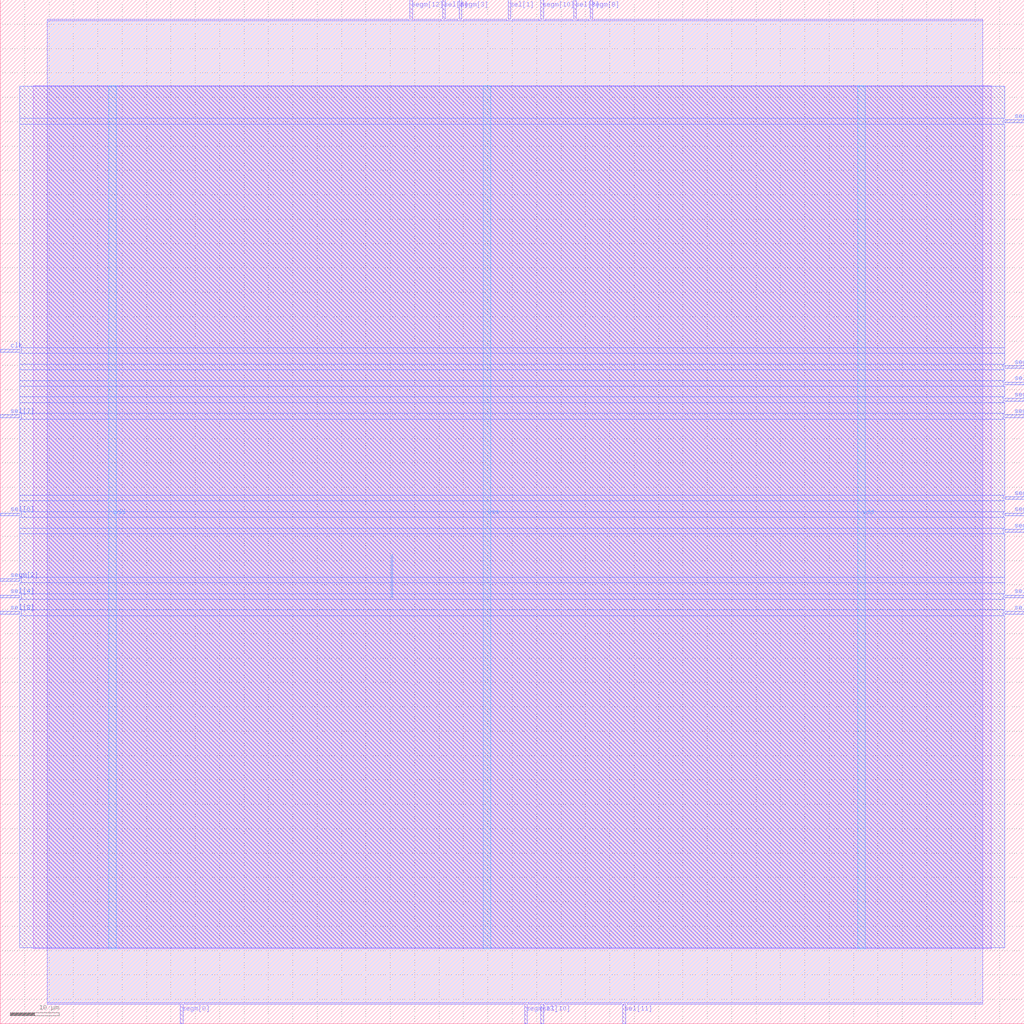
<source format=lef>
VERSION 5.7 ;
  NOWIREEXTENSIONATPIN ON ;
  DIVIDERCHAR "/" ;
  BUSBITCHARS "[]" ;
MACRO ita2
  CLASS BLOCK ;
  FOREIGN ita2 ;
  ORIGIN 0.000 0.000 ;
  SIZE 210.000 BY 210.000 ;
  PIN clk
    DIRECTION INPUT ;
    USE SIGNAL ;
    ANTENNAGATEAREA 4.738000 ;
    ANTENNADIFFAREA 0.410400 ;
    PORT
      LAYER Metal3 ;
        RECT 0.000 137.760 4.000 138.320 ;
    END
  END clk
  PIN segm[0]
    DIRECTION OUTPUT TRISTATE ;
    USE SIGNAL ;
    ANTENNADIFFAREA 0.360800 ;
    PORT
      LAYER Metal2 ;
        RECT 36.960 0.000 37.520 4.000 ;
    END
  END segm[0]
  PIN segm[10]
    DIRECTION OUTPUT TRISTATE ;
    USE SIGNAL ;
    ANTENNADIFFAREA 4.731200 ;
    PORT
      LAYER Metal2 ;
        RECT 110.880 206.000 111.440 210.000 ;
    END
  END segm[10]
  PIN segm[11]
    DIRECTION OUTPUT TRISTATE ;
    USE SIGNAL ;
    ANTENNADIFFAREA 4.731200 ;
    PORT
      LAYER Metal3 ;
        RECT 206.000 107.520 210.000 108.080 ;
    END
  END segm[11]
  PIN segm[12]
    DIRECTION OUTPUT TRISTATE ;
    USE SIGNAL ;
    ANTENNADIFFAREA 4.731200 ;
    PORT
      LAYER Metal2 ;
        RECT 84.000 206.000 84.560 210.000 ;
    END
  END segm[12]
  PIN segm[13]
    DIRECTION OUTPUT TRISTATE ;
    USE SIGNAL ;
    ANTENNADIFFAREA 4.731200 ;
    PORT
      LAYER Metal2 ;
        RECT 107.520 0.000 108.080 4.000 ;
    END
  END segm[13]
  PIN segm[1]
    DIRECTION OUTPUT TRISTATE ;
    USE SIGNAL ;
    ANTENNADIFFAREA 4.731200 ;
    PORT
      LAYER Metal3 ;
        RECT 206.000 134.400 210.000 134.960 ;
    END
  END segm[1]
  PIN segm[2]
    DIRECTION OUTPUT TRISTATE ;
    USE SIGNAL ;
    ANTENNADIFFAREA 4.731200 ;
    PORT
      LAYER Metal3 ;
        RECT 0.000 90.720 4.000 91.280 ;
    END
  END segm[2]
  PIN segm[3]
    DIRECTION OUTPUT TRISTATE ;
    USE SIGNAL ;
    ANTENNADIFFAREA 0.360800 ;
    PORT
      LAYER Metal2 ;
        RECT 94.080 206.000 94.640 210.000 ;
    END
  END segm[3]
  PIN segm[4]
    DIRECTION OUTPUT TRISTATE ;
    USE SIGNAL ;
    ANTENNADIFFAREA 4.731200 ;
    PORT
      LAYER Metal3 ;
        RECT 206.000 127.680 210.000 128.240 ;
    END
  END segm[4]
  PIN segm[5]
    DIRECTION OUTPUT TRISTATE ;
    USE SIGNAL ;
    ANTENNADIFFAREA 0.360800 ;
    PORT
      LAYER Metal3 ;
        RECT 206.000 184.800 210.000 185.360 ;
    END
  END segm[5]
  PIN segm[6]
    DIRECTION OUTPUT TRISTATE ;
    USE SIGNAL ;
    ANTENNADIFFAREA 4.731200 ;
    PORT
      LAYER Metal3 ;
        RECT 206.000 104.160 210.000 104.720 ;
    END
  END segm[6]
  PIN segm[7]
    DIRECTION OUTPUT TRISTATE ;
    USE SIGNAL ;
    ANTENNADIFFAREA 4.731200 ;
    PORT
      LAYER Metal3 ;
        RECT 206.000 100.800 210.000 101.360 ;
    END
  END segm[7]
  PIN segm[8]
    DIRECTION OUTPUT TRISTATE ;
    USE SIGNAL ;
    ANTENNADIFFAREA 4.731200 ;
    PORT
      LAYER Metal2 ;
        RECT 120.960 206.000 121.520 210.000 ;
    END
  END segm[8]
  PIN segm[9]
    DIRECTION OUTPUT TRISTATE ;
    USE SIGNAL ;
    ANTENNADIFFAREA 4.731200 ;
    PORT
      LAYER Metal3 ;
        RECT 206.000 124.320 210.000 124.880 ;
    END
  END segm[9]
  PIN sel[0]
    DIRECTION OUTPUT TRISTATE ;
    USE SIGNAL ;
    ANTENNADIFFAREA 4.731200 ;
    PORT
      LAYER Metal3 ;
        RECT 0.000 104.160 4.000 104.720 ;
    END
  END sel[0]
  PIN sel[10]
    DIRECTION OUTPUT TRISTATE ;
    USE SIGNAL ;
    ANTENNADIFFAREA 4.731200 ;
    PORT
      LAYER Metal2 ;
        RECT 110.880 0.000 111.440 4.000 ;
    END
  END sel[10]
  PIN sel[11]
    DIRECTION OUTPUT TRISTATE ;
    USE SIGNAL ;
    ANTENNADIFFAREA 4.731200 ;
    PORT
      LAYER Metal2 ;
        RECT 127.680 0.000 128.240 4.000 ;
    END
  END sel[11]
  PIN sel[1]
    DIRECTION OUTPUT TRISTATE ;
    USE SIGNAL ;
    ANTENNADIFFAREA 4.731200 ;
    PORT
      LAYER Metal2 ;
        RECT 104.160 206.000 104.720 210.000 ;
    END
  END sel[1]
  PIN sel[2]
    DIRECTION OUTPUT TRISTATE ;
    USE SIGNAL ;
    ANTENNADIFFAREA 4.731200 ;
    PORT
      LAYER Metal3 ;
        RECT 206.000 87.360 210.000 87.920 ;
    END
  END sel[2]
  PIN sel[3]
    DIRECTION OUTPUT TRISTATE ;
    USE SIGNAL ;
    ANTENNADIFFAREA 4.731200 ;
    PORT
      LAYER Metal2 ;
        RECT 117.600 206.000 118.160 210.000 ;
    END
  END sel[3]
  PIN sel[4]
    DIRECTION OUTPUT TRISTATE ;
    USE SIGNAL ;
    ANTENNADIFFAREA 4.731200 ;
    PORT
      LAYER Metal3 ;
        RECT 0.000 87.360 4.000 87.920 ;
    END
  END sel[4]
  PIN sel[5]
    DIRECTION OUTPUT TRISTATE ;
    USE SIGNAL ;
    ANTENNADIFFAREA 4.731200 ;
    PORT
      LAYER Metal3 ;
        RECT 206.000 131.040 210.000 131.600 ;
    END
  END sel[5]
  PIN sel[6]
    DIRECTION OUTPUT TRISTATE ;
    USE SIGNAL ;
    ANTENNADIFFAREA 4.731200 ;
    PORT
      LAYER Metal2 ;
        RECT 90.720 206.000 91.280 210.000 ;
    END
  END sel[6]
  PIN sel[7]
    DIRECTION OUTPUT TRISTATE ;
    USE SIGNAL ;
    ANTENNADIFFAREA 4.731200 ;
    PORT
      LAYER Metal3 ;
        RECT 0.000 124.320 4.000 124.880 ;
    END
  END sel[7]
  PIN sel[8]
    DIRECTION OUTPUT TRISTATE ;
    USE SIGNAL ;
    ANTENNADIFFAREA 4.731200 ;
    PORT
      LAYER Metal3 ;
        RECT 0.000 84.000 4.000 84.560 ;
    END
  END sel[8]
  PIN sel[9]
    DIRECTION OUTPUT TRISTATE ;
    USE SIGNAL ;
    ANTENNADIFFAREA 4.731200 ;
    PORT
      LAYER Metal3 ;
        RECT 206.000 84.000 210.000 84.560 ;
    END
  END sel[9]
  PIN vdd
    DIRECTION INOUT ;
    USE POWER ;
    PORT
      LAYER Metal4 ;
        RECT 22.240 15.380 23.840 192.380 ;
    END
    PORT
      LAYER Metal4 ;
        RECT 175.840 15.380 177.440 192.380 ;
    END
  END vdd
  PIN vss
    DIRECTION INOUT ;
    USE GROUND ;
    PORT
      LAYER Metal4 ;
        RECT 99.040 15.380 100.640 192.380 ;
    END
  END vss
  OBS
      LAYER Metal1 ;
        RECT 6.720 15.380 203.280 192.380 ;
      LAYER Metal2 ;
        RECT 9.660 205.700 83.700 206.000 ;
        RECT 84.860 205.700 90.420 206.000 ;
        RECT 91.580 205.700 93.780 206.000 ;
        RECT 94.940 205.700 103.860 206.000 ;
        RECT 105.020 205.700 110.580 206.000 ;
        RECT 111.740 205.700 117.300 206.000 ;
        RECT 118.460 205.700 120.660 206.000 ;
        RECT 121.820 205.700 201.460 206.000 ;
        RECT 9.660 4.300 201.460 205.700 ;
        RECT 9.660 4.000 36.660 4.300 ;
        RECT 37.820 4.000 107.220 4.300 ;
        RECT 108.380 4.000 110.580 4.300 ;
        RECT 111.740 4.000 127.380 4.300 ;
        RECT 128.540 4.000 201.460 4.300 ;
      LAYER Metal3 ;
        RECT 4.000 185.660 206.000 192.220 ;
        RECT 4.000 184.500 205.700 185.660 ;
        RECT 4.000 138.620 206.000 184.500 ;
        RECT 4.300 137.460 206.000 138.620 ;
        RECT 4.000 135.260 206.000 137.460 ;
        RECT 4.000 134.100 205.700 135.260 ;
        RECT 4.000 131.900 206.000 134.100 ;
        RECT 4.000 130.740 205.700 131.900 ;
        RECT 4.000 128.540 206.000 130.740 ;
        RECT 4.000 127.380 205.700 128.540 ;
        RECT 4.000 125.180 206.000 127.380 ;
        RECT 4.300 124.020 205.700 125.180 ;
        RECT 4.000 108.380 206.000 124.020 ;
        RECT 4.000 107.220 205.700 108.380 ;
        RECT 4.000 105.020 206.000 107.220 ;
        RECT 4.300 103.860 205.700 105.020 ;
        RECT 4.000 101.660 206.000 103.860 ;
        RECT 4.000 100.500 205.700 101.660 ;
        RECT 4.000 91.580 206.000 100.500 ;
        RECT 4.300 90.420 206.000 91.580 ;
        RECT 4.000 88.220 206.000 90.420 ;
        RECT 4.300 87.060 205.700 88.220 ;
        RECT 4.000 84.860 206.000 87.060 ;
        RECT 4.300 83.700 205.700 84.860 ;
        RECT 4.000 15.540 206.000 83.700 ;
      LAYER Metal4 ;
        RECT 80.220 87.450 80.500 96.230 ;
  END
END ita2
END LIBRARY


</source>
